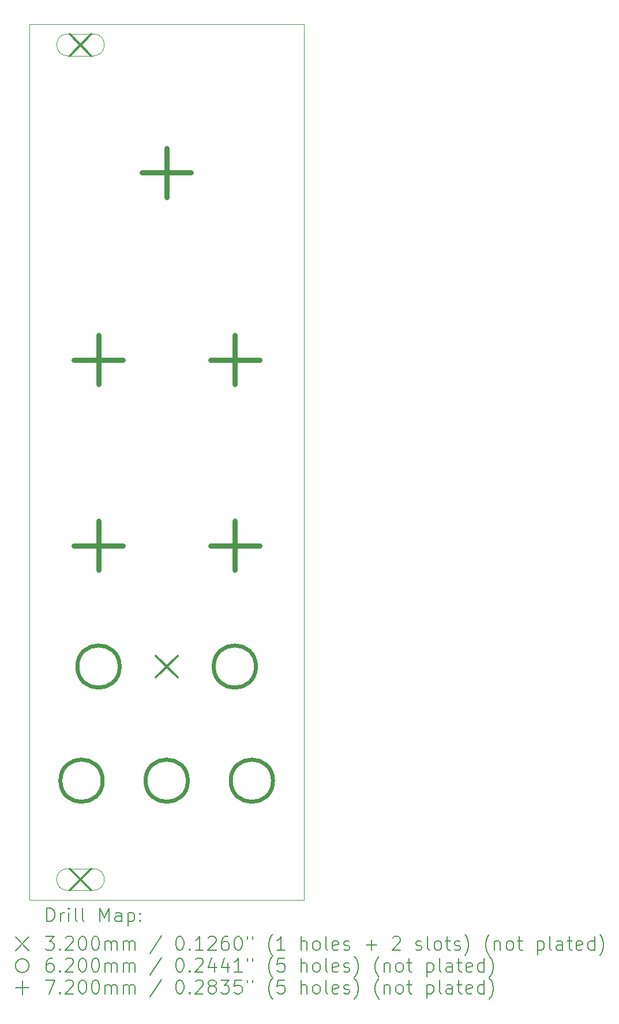
<source format=gbr>
%TF.GenerationSoftware,KiCad,Pcbnew,8.0.5*%
%TF.CreationDate,2024-11-24T11:26:03+01:00*%
%TF.ProjectId,encore-panel,656e636f-7265-42d7-9061-6e656c2e6b69,rev?*%
%TF.SameCoordinates,Original*%
%TF.FileFunction,Drillmap*%
%TF.FilePolarity,Positive*%
%FSLAX45Y45*%
G04 Gerber Fmt 4.5, Leading zero omitted, Abs format (unit mm)*
G04 Created by KiCad (PCBNEW 8.0.5) date 2024-11-24 11:26:03*
%MOMM*%
%LPD*%
G01*
G04 APERTURE LIST*
%ADD10C,0.100000*%
%ADD11C,0.200000*%
%ADD12C,0.320000*%
%ADD13C,0.620000*%
%ADD14C,0.720000*%
G04 APERTURE END LIST*
D10*
X4985000Y-4075000D02*
X9015000Y-4075000D01*
X9015000Y-16925000D01*
X4985000Y-16925000D01*
X4985000Y-4075000D01*
D11*
D12*
X5575000Y-4215000D02*
X5895000Y-4535000D01*
X5895000Y-4215000D02*
X5575000Y-4535000D01*
D10*
X5545000Y-4535000D02*
X5925000Y-4535000D01*
X5925000Y-4215000D02*
G75*
G02*
X5925000Y-4535000I0J-160000D01*
G01*
X5925000Y-4215000D02*
X5545000Y-4215000D01*
X5545000Y-4215000D02*
G75*
G03*
X5545000Y-4535000I0J-160000D01*
G01*
D12*
X5575000Y-16465000D02*
X5895000Y-16785000D01*
X5895000Y-16465000D02*
X5575000Y-16785000D01*
D10*
X5545000Y-16785000D02*
X5925000Y-16785000D01*
X5925000Y-16465000D02*
G75*
G02*
X5925000Y-16785000I0J-160000D01*
G01*
X5925000Y-16465000D02*
X5545000Y-16465000D01*
X5545000Y-16465000D02*
G75*
G03*
X5545000Y-16785000I0J-160000D01*
G01*
D12*
X6840000Y-13340000D02*
X7160000Y-13660000D01*
X7160000Y-13340000D02*
X6840000Y-13660000D01*
D13*
X6060000Y-15175000D02*
G75*
G02*
X5440000Y-15175000I-310000J0D01*
G01*
X5440000Y-15175000D02*
G75*
G02*
X6060000Y-15175000I310000J0D01*
G01*
X6310000Y-13500000D02*
G75*
G02*
X5690000Y-13500000I-310000J0D01*
G01*
X5690000Y-13500000D02*
G75*
G02*
X6310000Y-13500000I310000J0D01*
G01*
X7310000Y-15175000D02*
G75*
G02*
X6690000Y-15175000I-310000J0D01*
G01*
X6690000Y-15175000D02*
G75*
G02*
X7310000Y-15175000I310000J0D01*
G01*
X8310000Y-13500000D02*
G75*
G02*
X7690000Y-13500000I-310000J0D01*
G01*
X7690000Y-13500000D02*
G75*
G02*
X8310000Y-13500000I310000J0D01*
G01*
X8560000Y-15175000D02*
G75*
G02*
X7940000Y-15175000I-310000J0D01*
G01*
X7940000Y-15175000D02*
G75*
G02*
X8560000Y-15175000I310000J0D01*
G01*
D14*
X6000000Y-8640000D02*
X6000000Y-9360000D01*
X5640000Y-9000000D02*
X6360000Y-9000000D01*
X6000000Y-11365000D02*
X6000000Y-12085000D01*
X5640000Y-11725000D02*
X6360000Y-11725000D01*
X7000000Y-5890000D02*
X7000000Y-6610000D01*
X6640000Y-6250000D02*
X7360000Y-6250000D01*
X8000000Y-8640000D02*
X8000000Y-9360000D01*
X7640000Y-9000000D02*
X8360000Y-9000000D01*
X8000000Y-11365000D02*
X8000000Y-12085000D01*
X7640000Y-11725000D02*
X8360000Y-11725000D01*
D11*
X5240777Y-17241484D02*
X5240777Y-17041484D01*
X5240777Y-17041484D02*
X5288396Y-17041484D01*
X5288396Y-17041484D02*
X5316967Y-17051008D01*
X5316967Y-17051008D02*
X5336015Y-17070055D01*
X5336015Y-17070055D02*
X5345539Y-17089103D01*
X5345539Y-17089103D02*
X5355063Y-17127198D01*
X5355063Y-17127198D02*
X5355063Y-17155770D01*
X5355063Y-17155770D02*
X5345539Y-17193865D01*
X5345539Y-17193865D02*
X5336015Y-17212912D01*
X5336015Y-17212912D02*
X5316967Y-17231960D01*
X5316967Y-17231960D02*
X5288396Y-17241484D01*
X5288396Y-17241484D02*
X5240777Y-17241484D01*
X5440777Y-17241484D02*
X5440777Y-17108150D01*
X5440777Y-17146246D02*
X5450301Y-17127198D01*
X5450301Y-17127198D02*
X5459824Y-17117674D01*
X5459824Y-17117674D02*
X5478872Y-17108150D01*
X5478872Y-17108150D02*
X5497920Y-17108150D01*
X5564586Y-17241484D02*
X5564586Y-17108150D01*
X5564586Y-17041484D02*
X5555063Y-17051008D01*
X5555063Y-17051008D02*
X5564586Y-17060531D01*
X5564586Y-17060531D02*
X5574110Y-17051008D01*
X5574110Y-17051008D02*
X5564586Y-17041484D01*
X5564586Y-17041484D02*
X5564586Y-17060531D01*
X5688396Y-17241484D02*
X5669348Y-17231960D01*
X5669348Y-17231960D02*
X5659824Y-17212912D01*
X5659824Y-17212912D02*
X5659824Y-17041484D01*
X5793158Y-17241484D02*
X5774110Y-17231960D01*
X5774110Y-17231960D02*
X5764586Y-17212912D01*
X5764586Y-17212912D02*
X5764586Y-17041484D01*
X6021729Y-17241484D02*
X6021729Y-17041484D01*
X6021729Y-17041484D02*
X6088396Y-17184341D01*
X6088396Y-17184341D02*
X6155062Y-17041484D01*
X6155062Y-17041484D02*
X6155062Y-17241484D01*
X6336015Y-17241484D02*
X6336015Y-17136722D01*
X6336015Y-17136722D02*
X6326491Y-17117674D01*
X6326491Y-17117674D02*
X6307443Y-17108150D01*
X6307443Y-17108150D02*
X6269348Y-17108150D01*
X6269348Y-17108150D02*
X6250301Y-17117674D01*
X6336015Y-17231960D02*
X6316967Y-17241484D01*
X6316967Y-17241484D02*
X6269348Y-17241484D01*
X6269348Y-17241484D02*
X6250301Y-17231960D01*
X6250301Y-17231960D02*
X6240777Y-17212912D01*
X6240777Y-17212912D02*
X6240777Y-17193865D01*
X6240777Y-17193865D02*
X6250301Y-17174817D01*
X6250301Y-17174817D02*
X6269348Y-17165293D01*
X6269348Y-17165293D02*
X6316967Y-17165293D01*
X6316967Y-17165293D02*
X6336015Y-17155770D01*
X6431253Y-17108150D02*
X6431253Y-17308150D01*
X6431253Y-17117674D02*
X6450301Y-17108150D01*
X6450301Y-17108150D02*
X6488396Y-17108150D01*
X6488396Y-17108150D02*
X6507443Y-17117674D01*
X6507443Y-17117674D02*
X6516967Y-17127198D01*
X6516967Y-17127198D02*
X6526491Y-17146246D01*
X6526491Y-17146246D02*
X6526491Y-17203389D01*
X6526491Y-17203389D02*
X6516967Y-17222436D01*
X6516967Y-17222436D02*
X6507443Y-17231960D01*
X6507443Y-17231960D02*
X6488396Y-17241484D01*
X6488396Y-17241484D02*
X6450301Y-17241484D01*
X6450301Y-17241484D02*
X6431253Y-17231960D01*
X6612205Y-17222436D02*
X6621729Y-17231960D01*
X6621729Y-17231960D02*
X6612205Y-17241484D01*
X6612205Y-17241484D02*
X6602682Y-17231960D01*
X6602682Y-17231960D02*
X6612205Y-17222436D01*
X6612205Y-17222436D02*
X6612205Y-17241484D01*
X6612205Y-17117674D02*
X6621729Y-17127198D01*
X6621729Y-17127198D02*
X6612205Y-17136722D01*
X6612205Y-17136722D02*
X6602682Y-17127198D01*
X6602682Y-17127198D02*
X6612205Y-17117674D01*
X6612205Y-17117674D02*
X6612205Y-17136722D01*
X4780000Y-17470000D02*
X4980000Y-17670000D01*
X4980000Y-17470000D02*
X4780000Y-17670000D01*
X5221729Y-17461484D02*
X5345539Y-17461484D01*
X5345539Y-17461484D02*
X5278872Y-17537674D01*
X5278872Y-17537674D02*
X5307444Y-17537674D01*
X5307444Y-17537674D02*
X5326491Y-17547198D01*
X5326491Y-17547198D02*
X5336015Y-17556722D01*
X5336015Y-17556722D02*
X5345539Y-17575770D01*
X5345539Y-17575770D02*
X5345539Y-17623389D01*
X5345539Y-17623389D02*
X5336015Y-17642436D01*
X5336015Y-17642436D02*
X5326491Y-17651960D01*
X5326491Y-17651960D02*
X5307444Y-17661484D01*
X5307444Y-17661484D02*
X5250301Y-17661484D01*
X5250301Y-17661484D02*
X5231253Y-17651960D01*
X5231253Y-17651960D02*
X5221729Y-17642436D01*
X5431253Y-17642436D02*
X5440777Y-17651960D01*
X5440777Y-17651960D02*
X5431253Y-17661484D01*
X5431253Y-17661484D02*
X5421729Y-17651960D01*
X5421729Y-17651960D02*
X5431253Y-17642436D01*
X5431253Y-17642436D02*
X5431253Y-17661484D01*
X5516967Y-17480531D02*
X5526491Y-17471008D01*
X5526491Y-17471008D02*
X5545539Y-17461484D01*
X5545539Y-17461484D02*
X5593158Y-17461484D01*
X5593158Y-17461484D02*
X5612205Y-17471008D01*
X5612205Y-17471008D02*
X5621729Y-17480531D01*
X5621729Y-17480531D02*
X5631253Y-17499579D01*
X5631253Y-17499579D02*
X5631253Y-17518627D01*
X5631253Y-17518627D02*
X5621729Y-17547198D01*
X5621729Y-17547198D02*
X5507444Y-17661484D01*
X5507444Y-17661484D02*
X5631253Y-17661484D01*
X5755062Y-17461484D02*
X5774110Y-17461484D01*
X5774110Y-17461484D02*
X5793158Y-17471008D01*
X5793158Y-17471008D02*
X5802682Y-17480531D01*
X5802682Y-17480531D02*
X5812205Y-17499579D01*
X5812205Y-17499579D02*
X5821729Y-17537674D01*
X5821729Y-17537674D02*
X5821729Y-17585293D01*
X5821729Y-17585293D02*
X5812205Y-17623389D01*
X5812205Y-17623389D02*
X5802682Y-17642436D01*
X5802682Y-17642436D02*
X5793158Y-17651960D01*
X5793158Y-17651960D02*
X5774110Y-17661484D01*
X5774110Y-17661484D02*
X5755062Y-17661484D01*
X5755062Y-17661484D02*
X5736015Y-17651960D01*
X5736015Y-17651960D02*
X5726491Y-17642436D01*
X5726491Y-17642436D02*
X5716967Y-17623389D01*
X5716967Y-17623389D02*
X5707443Y-17585293D01*
X5707443Y-17585293D02*
X5707443Y-17537674D01*
X5707443Y-17537674D02*
X5716967Y-17499579D01*
X5716967Y-17499579D02*
X5726491Y-17480531D01*
X5726491Y-17480531D02*
X5736015Y-17471008D01*
X5736015Y-17471008D02*
X5755062Y-17461484D01*
X5945539Y-17461484D02*
X5964586Y-17461484D01*
X5964586Y-17461484D02*
X5983634Y-17471008D01*
X5983634Y-17471008D02*
X5993158Y-17480531D01*
X5993158Y-17480531D02*
X6002682Y-17499579D01*
X6002682Y-17499579D02*
X6012205Y-17537674D01*
X6012205Y-17537674D02*
X6012205Y-17585293D01*
X6012205Y-17585293D02*
X6002682Y-17623389D01*
X6002682Y-17623389D02*
X5993158Y-17642436D01*
X5993158Y-17642436D02*
X5983634Y-17651960D01*
X5983634Y-17651960D02*
X5964586Y-17661484D01*
X5964586Y-17661484D02*
X5945539Y-17661484D01*
X5945539Y-17661484D02*
X5926491Y-17651960D01*
X5926491Y-17651960D02*
X5916967Y-17642436D01*
X5916967Y-17642436D02*
X5907443Y-17623389D01*
X5907443Y-17623389D02*
X5897920Y-17585293D01*
X5897920Y-17585293D02*
X5897920Y-17537674D01*
X5897920Y-17537674D02*
X5907443Y-17499579D01*
X5907443Y-17499579D02*
X5916967Y-17480531D01*
X5916967Y-17480531D02*
X5926491Y-17471008D01*
X5926491Y-17471008D02*
X5945539Y-17461484D01*
X6097920Y-17661484D02*
X6097920Y-17528150D01*
X6097920Y-17547198D02*
X6107443Y-17537674D01*
X6107443Y-17537674D02*
X6126491Y-17528150D01*
X6126491Y-17528150D02*
X6155063Y-17528150D01*
X6155063Y-17528150D02*
X6174110Y-17537674D01*
X6174110Y-17537674D02*
X6183634Y-17556722D01*
X6183634Y-17556722D02*
X6183634Y-17661484D01*
X6183634Y-17556722D02*
X6193158Y-17537674D01*
X6193158Y-17537674D02*
X6212205Y-17528150D01*
X6212205Y-17528150D02*
X6240777Y-17528150D01*
X6240777Y-17528150D02*
X6259824Y-17537674D01*
X6259824Y-17537674D02*
X6269348Y-17556722D01*
X6269348Y-17556722D02*
X6269348Y-17661484D01*
X6364586Y-17661484D02*
X6364586Y-17528150D01*
X6364586Y-17547198D02*
X6374110Y-17537674D01*
X6374110Y-17537674D02*
X6393158Y-17528150D01*
X6393158Y-17528150D02*
X6421729Y-17528150D01*
X6421729Y-17528150D02*
X6440777Y-17537674D01*
X6440777Y-17537674D02*
X6450301Y-17556722D01*
X6450301Y-17556722D02*
X6450301Y-17661484D01*
X6450301Y-17556722D02*
X6459824Y-17537674D01*
X6459824Y-17537674D02*
X6478872Y-17528150D01*
X6478872Y-17528150D02*
X6507443Y-17528150D01*
X6507443Y-17528150D02*
X6526491Y-17537674D01*
X6526491Y-17537674D02*
X6536015Y-17556722D01*
X6536015Y-17556722D02*
X6536015Y-17661484D01*
X6926491Y-17451960D02*
X6755063Y-17709103D01*
X7183634Y-17461484D02*
X7202682Y-17461484D01*
X7202682Y-17461484D02*
X7221729Y-17471008D01*
X7221729Y-17471008D02*
X7231253Y-17480531D01*
X7231253Y-17480531D02*
X7240777Y-17499579D01*
X7240777Y-17499579D02*
X7250301Y-17537674D01*
X7250301Y-17537674D02*
X7250301Y-17585293D01*
X7250301Y-17585293D02*
X7240777Y-17623389D01*
X7240777Y-17623389D02*
X7231253Y-17642436D01*
X7231253Y-17642436D02*
X7221729Y-17651960D01*
X7221729Y-17651960D02*
X7202682Y-17661484D01*
X7202682Y-17661484D02*
X7183634Y-17661484D01*
X7183634Y-17661484D02*
X7164586Y-17651960D01*
X7164586Y-17651960D02*
X7155063Y-17642436D01*
X7155063Y-17642436D02*
X7145539Y-17623389D01*
X7145539Y-17623389D02*
X7136015Y-17585293D01*
X7136015Y-17585293D02*
X7136015Y-17537674D01*
X7136015Y-17537674D02*
X7145539Y-17499579D01*
X7145539Y-17499579D02*
X7155063Y-17480531D01*
X7155063Y-17480531D02*
X7164586Y-17471008D01*
X7164586Y-17471008D02*
X7183634Y-17461484D01*
X7336015Y-17642436D02*
X7345539Y-17651960D01*
X7345539Y-17651960D02*
X7336015Y-17661484D01*
X7336015Y-17661484D02*
X7326491Y-17651960D01*
X7326491Y-17651960D02*
X7336015Y-17642436D01*
X7336015Y-17642436D02*
X7336015Y-17661484D01*
X7536015Y-17661484D02*
X7421729Y-17661484D01*
X7478872Y-17661484D02*
X7478872Y-17461484D01*
X7478872Y-17461484D02*
X7459825Y-17490055D01*
X7459825Y-17490055D02*
X7440777Y-17509103D01*
X7440777Y-17509103D02*
X7421729Y-17518627D01*
X7612206Y-17480531D02*
X7621729Y-17471008D01*
X7621729Y-17471008D02*
X7640777Y-17461484D01*
X7640777Y-17461484D02*
X7688396Y-17461484D01*
X7688396Y-17461484D02*
X7707444Y-17471008D01*
X7707444Y-17471008D02*
X7716967Y-17480531D01*
X7716967Y-17480531D02*
X7726491Y-17499579D01*
X7726491Y-17499579D02*
X7726491Y-17518627D01*
X7726491Y-17518627D02*
X7716967Y-17547198D01*
X7716967Y-17547198D02*
X7602682Y-17661484D01*
X7602682Y-17661484D02*
X7726491Y-17661484D01*
X7897920Y-17461484D02*
X7859825Y-17461484D01*
X7859825Y-17461484D02*
X7840777Y-17471008D01*
X7840777Y-17471008D02*
X7831253Y-17480531D01*
X7831253Y-17480531D02*
X7812206Y-17509103D01*
X7812206Y-17509103D02*
X7802682Y-17547198D01*
X7802682Y-17547198D02*
X7802682Y-17623389D01*
X7802682Y-17623389D02*
X7812206Y-17642436D01*
X7812206Y-17642436D02*
X7821729Y-17651960D01*
X7821729Y-17651960D02*
X7840777Y-17661484D01*
X7840777Y-17661484D02*
X7878872Y-17661484D01*
X7878872Y-17661484D02*
X7897920Y-17651960D01*
X7897920Y-17651960D02*
X7907444Y-17642436D01*
X7907444Y-17642436D02*
X7916967Y-17623389D01*
X7916967Y-17623389D02*
X7916967Y-17575770D01*
X7916967Y-17575770D02*
X7907444Y-17556722D01*
X7907444Y-17556722D02*
X7897920Y-17547198D01*
X7897920Y-17547198D02*
X7878872Y-17537674D01*
X7878872Y-17537674D02*
X7840777Y-17537674D01*
X7840777Y-17537674D02*
X7821729Y-17547198D01*
X7821729Y-17547198D02*
X7812206Y-17556722D01*
X7812206Y-17556722D02*
X7802682Y-17575770D01*
X8040777Y-17461484D02*
X8059825Y-17461484D01*
X8059825Y-17461484D02*
X8078872Y-17471008D01*
X8078872Y-17471008D02*
X8088396Y-17480531D01*
X8088396Y-17480531D02*
X8097920Y-17499579D01*
X8097920Y-17499579D02*
X8107444Y-17537674D01*
X8107444Y-17537674D02*
X8107444Y-17585293D01*
X8107444Y-17585293D02*
X8097920Y-17623389D01*
X8097920Y-17623389D02*
X8088396Y-17642436D01*
X8088396Y-17642436D02*
X8078872Y-17651960D01*
X8078872Y-17651960D02*
X8059825Y-17661484D01*
X8059825Y-17661484D02*
X8040777Y-17661484D01*
X8040777Y-17661484D02*
X8021729Y-17651960D01*
X8021729Y-17651960D02*
X8012206Y-17642436D01*
X8012206Y-17642436D02*
X8002682Y-17623389D01*
X8002682Y-17623389D02*
X7993158Y-17585293D01*
X7993158Y-17585293D02*
X7993158Y-17537674D01*
X7993158Y-17537674D02*
X8002682Y-17499579D01*
X8002682Y-17499579D02*
X8012206Y-17480531D01*
X8012206Y-17480531D02*
X8021729Y-17471008D01*
X8021729Y-17471008D02*
X8040777Y-17461484D01*
X8183634Y-17461484D02*
X8183634Y-17499579D01*
X8259825Y-17461484D02*
X8259825Y-17499579D01*
X8555063Y-17737674D02*
X8545539Y-17728150D01*
X8545539Y-17728150D02*
X8526491Y-17699579D01*
X8526491Y-17699579D02*
X8516968Y-17680531D01*
X8516968Y-17680531D02*
X8507444Y-17651960D01*
X8507444Y-17651960D02*
X8497920Y-17604341D01*
X8497920Y-17604341D02*
X8497920Y-17566246D01*
X8497920Y-17566246D02*
X8507444Y-17518627D01*
X8507444Y-17518627D02*
X8516968Y-17490055D01*
X8516968Y-17490055D02*
X8526491Y-17471008D01*
X8526491Y-17471008D02*
X8545539Y-17442436D01*
X8545539Y-17442436D02*
X8555063Y-17432912D01*
X8736015Y-17661484D02*
X8621730Y-17661484D01*
X8678872Y-17661484D02*
X8678872Y-17461484D01*
X8678872Y-17461484D02*
X8659825Y-17490055D01*
X8659825Y-17490055D02*
X8640777Y-17509103D01*
X8640777Y-17509103D02*
X8621730Y-17518627D01*
X8974111Y-17661484D02*
X8974111Y-17461484D01*
X9059825Y-17661484D02*
X9059825Y-17556722D01*
X9059825Y-17556722D02*
X9050301Y-17537674D01*
X9050301Y-17537674D02*
X9031253Y-17528150D01*
X9031253Y-17528150D02*
X9002682Y-17528150D01*
X9002682Y-17528150D02*
X8983634Y-17537674D01*
X8983634Y-17537674D02*
X8974111Y-17547198D01*
X9183634Y-17661484D02*
X9164587Y-17651960D01*
X9164587Y-17651960D02*
X9155063Y-17642436D01*
X9155063Y-17642436D02*
X9145539Y-17623389D01*
X9145539Y-17623389D02*
X9145539Y-17566246D01*
X9145539Y-17566246D02*
X9155063Y-17547198D01*
X9155063Y-17547198D02*
X9164587Y-17537674D01*
X9164587Y-17537674D02*
X9183634Y-17528150D01*
X9183634Y-17528150D02*
X9212206Y-17528150D01*
X9212206Y-17528150D02*
X9231253Y-17537674D01*
X9231253Y-17537674D02*
X9240777Y-17547198D01*
X9240777Y-17547198D02*
X9250301Y-17566246D01*
X9250301Y-17566246D02*
X9250301Y-17623389D01*
X9250301Y-17623389D02*
X9240777Y-17642436D01*
X9240777Y-17642436D02*
X9231253Y-17651960D01*
X9231253Y-17651960D02*
X9212206Y-17661484D01*
X9212206Y-17661484D02*
X9183634Y-17661484D01*
X9364587Y-17661484D02*
X9345539Y-17651960D01*
X9345539Y-17651960D02*
X9336015Y-17632912D01*
X9336015Y-17632912D02*
X9336015Y-17461484D01*
X9516968Y-17651960D02*
X9497920Y-17661484D01*
X9497920Y-17661484D02*
X9459825Y-17661484D01*
X9459825Y-17661484D02*
X9440777Y-17651960D01*
X9440777Y-17651960D02*
X9431253Y-17632912D01*
X9431253Y-17632912D02*
X9431253Y-17556722D01*
X9431253Y-17556722D02*
X9440777Y-17537674D01*
X9440777Y-17537674D02*
X9459825Y-17528150D01*
X9459825Y-17528150D02*
X9497920Y-17528150D01*
X9497920Y-17528150D02*
X9516968Y-17537674D01*
X9516968Y-17537674D02*
X9526492Y-17556722D01*
X9526492Y-17556722D02*
X9526492Y-17575770D01*
X9526492Y-17575770D02*
X9431253Y-17594817D01*
X9602682Y-17651960D02*
X9621730Y-17661484D01*
X9621730Y-17661484D02*
X9659825Y-17661484D01*
X9659825Y-17661484D02*
X9678873Y-17651960D01*
X9678873Y-17651960D02*
X9688396Y-17632912D01*
X9688396Y-17632912D02*
X9688396Y-17623389D01*
X9688396Y-17623389D02*
X9678873Y-17604341D01*
X9678873Y-17604341D02*
X9659825Y-17594817D01*
X9659825Y-17594817D02*
X9631253Y-17594817D01*
X9631253Y-17594817D02*
X9612206Y-17585293D01*
X9612206Y-17585293D02*
X9602682Y-17566246D01*
X9602682Y-17566246D02*
X9602682Y-17556722D01*
X9602682Y-17556722D02*
X9612206Y-17537674D01*
X9612206Y-17537674D02*
X9631253Y-17528150D01*
X9631253Y-17528150D02*
X9659825Y-17528150D01*
X9659825Y-17528150D02*
X9678873Y-17537674D01*
X9926492Y-17585293D02*
X10078873Y-17585293D01*
X10002682Y-17661484D02*
X10002682Y-17509103D01*
X10316968Y-17480531D02*
X10326492Y-17471008D01*
X10326492Y-17471008D02*
X10345539Y-17461484D01*
X10345539Y-17461484D02*
X10393158Y-17461484D01*
X10393158Y-17461484D02*
X10412206Y-17471008D01*
X10412206Y-17471008D02*
X10421730Y-17480531D01*
X10421730Y-17480531D02*
X10431254Y-17499579D01*
X10431254Y-17499579D02*
X10431254Y-17518627D01*
X10431254Y-17518627D02*
X10421730Y-17547198D01*
X10421730Y-17547198D02*
X10307444Y-17661484D01*
X10307444Y-17661484D02*
X10431254Y-17661484D01*
X10659825Y-17651960D02*
X10678873Y-17661484D01*
X10678873Y-17661484D02*
X10716968Y-17661484D01*
X10716968Y-17661484D02*
X10736016Y-17651960D01*
X10736016Y-17651960D02*
X10745539Y-17632912D01*
X10745539Y-17632912D02*
X10745539Y-17623389D01*
X10745539Y-17623389D02*
X10736016Y-17604341D01*
X10736016Y-17604341D02*
X10716968Y-17594817D01*
X10716968Y-17594817D02*
X10688396Y-17594817D01*
X10688396Y-17594817D02*
X10669349Y-17585293D01*
X10669349Y-17585293D02*
X10659825Y-17566246D01*
X10659825Y-17566246D02*
X10659825Y-17556722D01*
X10659825Y-17556722D02*
X10669349Y-17537674D01*
X10669349Y-17537674D02*
X10688396Y-17528150D01*
X10688396Y-17528150D02*
X10716968Y-17528150D01*
X10716968Y-17528150D02*
X10736016Y-17537674D01*
X10859825Y-17661484D02*
X10840777Y-17651960D01*
X10840777Y-17651960D02*
X10831254Y-17632912D01*
X10831254Y-17632912D02*
X10831254Y-17461484D01*
X10964587Y-17661484D02*
X10945539Y-17651960D01*
X10945539Y-17651960D02*
X10936016Y-17642436D01*
X10936016Y-17642436D02*
X10926492Y-17623389D01*
X10926492Y-17623389D02*
X10926492Y-17566246D01*
X10926492Y-17566246D02*
X10936016Y-17547198D01*
X10936016Y-17547198D02*
X10945539Y-17537674D01*
X10945539Y-17537674D02*
X10964587Y-17528150D01*
X10964587Y-17528150D02*
X10993158Y-17528150D01*
X10993158Y-17528150D02*
X11012206Y-17537674D01*
X11012206Y-17537674D02*
X11021730Y-17547198D01*
X11021730Y-17547198D02*
X11031254Y-17566246D01*
X11031254Y-17566246D02*
X11031254Y-17623389D01*
X11031254Y-17623389D02*
X11021730Y-17642436D01*
X11021730Y-17642436D02*
X11012206Y-17651960D01*
X11012206Y-17651960D02*
X10993158Y-17661484D01*
X10993158Y-17661484D02*
X10964587Y-17661484D01*
X11088397Y-17528150D02*
X11164587Y-17528150D01*
X11116968Y-17461484D02*
X11116968Y-17632912D01*
X11116968Y-17632912D02*
X11126492Y-17651960D01*
X11126492Y-17651960D02*
X11145539Y-17661484D01*
X11145539Y-17661484D02*
X11164587Y-17661484D01*
X11221730Y-17651960D02*
X11240777Y-17661484D01*
X11240777Y-17661484D02*
X11278873Y-17661484D01*
X11278873Y-17661484D02*
X11297920Y-17651960D01*
X11297920Y-17651960D02*
X11307444Y-17632912D01*
X11307444Y-17632912D02*
X11307444Y-17623389D01*
X11307444Y-17623389D02*
X11297920Y-17604341D01*
X11297920Y-17604341D02*
X11278873Y-17594817D01*
X11278873Y-17594817D02*
X11250301Y-17594817D01*
X11250301Y-17594817D02*
X11231254Y-17585293D01*
X11231254Y-17585293D02*
X11221730Y-17566246D01*
X11221730Y-17566246D02*
X11221730Y-17556722D01*
X11221730Y-17556722D02*
X11231254Y-17537674D01*
X11231254Y-17537674D02*
X11250301Y-17528150D01*
X11250301Y-17528150D02*
X11278873Y-17528150D01*
X11278873Y-17528150D02*
X11297920Y-17537674D01*
X11374111Y-17737674D02*
X11383635Y-17728150D01*
X11383635Y-17728150D02*
X11402682Y-17699579D01*
X11402682Y-17699579D02*
X11412206Y-17680531D01*
X11412206Y-17680531D02*
X11421730Y-17651960D01*
X11421730Y-17651960D02*
X11431254Y-17604341D01*
X11431254Y-17604341D02*
X11431254Y-17566246D01*
X11431254Y-17566246D02*
X11421730Y-17518627D01*
X11421730Y-17518627D02*
X11412206Y-17490055D01*
X11412206Y-17490055D02*
X11402682Y-17471008D01*
X11402682Y-17471008D02*
X11383635Y-17442436D01*
X11383635Y-17442436D02*
X11374111Y-17432912D01*
X11736016Y-17737674D02*
X11726492Y-17728150D01*
X11726492Y-17728150D02*
X11707444Y-17699579D01*
X11707444Y-17699579D02*
X11697920Y-17680531D01*
X11697920Y-17680531D02*
X11688396Y-17651960D01*
X11688396Y-17651960D02*
X11678873Y-17604341D01*
X11678873Y-17604341D02*
X11678873Y-17566246D01*
X11678873Y-17566246D02*
X11688396Y-17518627D01*
X11688396Y-17518627D02*
X11697920Y-17490055D01*
X11697920Y-17490055D02*
X11707444Y-17471008D01*
X11707444Y-17471008D02*
X11726492Y-17442436D01*
X11726492Y-17442436D02*
X11736016Y-17432912D01*
X11812206Y-17528150D02*
X11812206Y-17661484D01*
X11812206Y-17547198D02*
X11821730Y-17537674D01*
X11821730Y-17537674D02*
X11840777Y-17528150D01*
X11840777Y-17528150D02*
X11869349Y-17528150D01*
X11869349Y-17528150D02*
X11888396Y-17537674D01*
X11888396Y-17537674D02*
X11897920Y-17556722D01*
X11897920Y-17556722D02*
X11897920Y-17661484D01*
X12021730Y-17661484D02*
X12002682Y-17651960D01*
X12002682Y-17651960D02*
X11993158Y-17642436D01*
X11993158Y-17642436D02*
X11983635Y-17623389D01*
X11983635Y-17623389D02*
X11983635Y-17566246D01*
X11983635Y-17566246D02*
X11993158Y-17547198D01*
X11993158Y-17547198D02*
X12002682Y-17537674D01*
X12002682Y-17537674D02*
X12021730Y-17528150D01*
X12021730Y-17528150D02*
X12050301Y-17528150D01*
X12050301Y-17528150D02*
X12069349Y-17537674D01*
X12069349Y-17537674D02*
X12078873Y-17547198D01*
X12078873Y-17547198D02*
X12088396Y-17566246D01*
X12088396Y-17566246D02*
X12088396Y-17623389D01*
X12088396Y-17623389D02*
X12078873Y-17642436D01*
X12078873Y-17642436D02*
X12069349Y-17651960D01*
X12069349Y-17651960D02*
X12050301Y-17661484D01*
X12050301Y-17661484D02*
X12021730Y-17661484D01*
X12145539Y-17528150D02*
X12221730Y-17528150D01*
X12174111Y-17461484D02*
X12174111Y-17632912D01*
X12174111Y-17632912D02*
X12183635Y-17651960D01*
X12183635Y-17651960D02*
X12202682Y-17661484D01*
X12202682Y-17661484D02*
X12221730Y-17661484D01*
X12440777Y-17528150D02*
X12440777Y-17728150D01*
X12440777Y-17537674D02*
X12459825Y-17528150D01*
X12459825Y-17528150D02*
X12497920Y-17528150D01*
X12497920Y-17528150D02*
X12516968Y-17537674D01*
X12516968Y-17537674D02*
X12526492Y-17547198D01*
X12526492Y-17547198D02*
X12536016Y-17566246D01*
X12536016Y-17566246D02*
X12536016Y-17623389D01*
X12536016Y-17623389D02*
X12526492Y-17642436D01*
X12526492Y-17642436D02*
X12516968Y-17651960D01*
X12516968Y-17651960D02*
X12497920Y-17661484D01*
X12497920Y-17661484D02*
X12459825Y-17661484D01*
X12459825Y-17661484D02*
X12440777Y-17651960D01*
X12650301Y-17661484D02*
X12631254Y-17651960D01*
X12631254Y-17651960D02*
X12621730Y-17632912D01*
X12621730Y-17632912D02*
X12621730Y-17461484D01*
X12812206Y-17661484D02*
X12812206Y-17556722D01*
X12812206Y-17556722D02*
X12802682Y-17537674D01*
X12802682Y-17537674D02*
X12783635Y-17528150D01*
X12783635Y-17528150D02*
X12745539Y-17528150D01*
X12745539Y-17528150D02*
X12726492Y-17537674D01*
X12812206Y-17651960D02*
X12793158Y-17661484D01*
X12793158Y-17661484D02*
X12745539Y-17661484D01*
X12745539Y-17661484D02*
X12726492Y-17651960D01*
X12726492Y-17651960D02*
X12716968Y-17632912D01*
X12716968Y-17632912D02*
X12716968Y-17613865D01*
X12716968Y-17613865D02*
X12726492Y-17594817D01*
X12726492Y-17594817D02*
X12745539Y-17585293D01*
X12745539Y-17585293D02*
X12793158Y-17585293D01*
X12793158Y-17585293D02*
X12812206Y-17575770D01*
X12878873Y-17528150D02*
X12955063Y-17528150D01*
X12907444Y-17461484D02*
X12907444Y-17632912D01*
X12907444Y-17632912D02*
X12916968Y-17651960D01*
X12916968Y-17651960D02*
X12936016Y-17661484D01*
X12936016Y-17661484D02*
X12955063Y-17661484D01*
X13097920Y-17651960D02*
X13078873Y-17661484D01*
X13078873Y-17661484D02*
X13040777Y-17661484D01*
X13040777Y-17661484D02*
X13021730Y-17651960D01*
X13021730Y-17651960D02*
X13012206Y-17632912D01*
X13012206Y-17632912D02*
X13012206Y-17556722D01*
X13012206Y-17556722D02*
X13021730Y-17537674D01*
X13021730Y-17537674D02*
X13040777Y-17528150D01*
X13040777Y-17528150D02*
X13078873Y-17528150D01*
X13078873Y-17528150D02*
X13097920Y-17537674D01*
X13097920Y-17537674D02*
X13107444Y-17556722D01*
X13107444Y-17556722D02*
X13107444Y-17575770D01*
X13107444Y-17575770D02*
X13012206Y-17594817D01*
X13278873Y-17661484D02*
X13278873Y-17461484D01*
X13278873Y-17651960D02*
X13259825Y-17661484D01*
X13259825Y-17661484D02*
X13221730Y-17661484D01*
X13221730Y-17661484D02*
X13202682Y-17651960D01*
X13202682Y-17651960D02*
X13193158Y-17642436D01*
X13193158Y-17642436D02*
X13183635Y-17623389D01*
X13183635Y-17623389D02*
X13183635Y-17566246D01*
X13183635Y-17566246D02*
X13193158Y-17547198D01*
X13193158Y-17547198D02*
X13202682Y-17537674D01*
X13202682Y-17537674D02*
X13221730Y-17528150D01*
X13221730Y-17528150D02*
X13259825Y-17528150D01*
X13259825Y-17528150D02*
X13278873Y-17537674D01*
X13355063Y-17737674D02*
X13364587Y-17728150D01*
X13364587Y-17728150D02*
X13383635Y-17699579D01*
X13383635Y-17699579D02*
X13393158Y-17680531D01*
X13393158Y-17680531D02*
X13402682Y-17651960D01*
X13402682Y-17651960D02*
X13412206Y-17604341D01*
X13412206Y-17604341D02*
X13412206Y-17566246D01*
X13412206Y-17566246D02*
X13402682Y-17518627D01*
X13402682Y-17518627D02*
X13393158Y-17490055D01*
X13393158Y-17490055D02*
X13383635Y-17471008D01*
X13383635Y-17471008D02*
X13364587Y-17442436D01*
X13364587Y-17442436D02*
X13355063Y-17432912D01*
X4980000Y-17890000D02*
G75*
G02*
X4780000Y-17890000I-100000J0D01*
G01*
X4780000Y-17890000D02*
G75*
G02*
X4980000Y-17890000I100000J0D01*
G01*
X5326491Y-17781484D02*
X5288396Y-17781484D01*
X5288396Y-17781484D02*
X5269348Y-17791008D01*
X5269348Y-17791008D02*
X5259824Y-17800531D01*
X5259824Y-17800531D02*
X5240777Y-17829103D01*
X5240777Y-17829103D02*
X5231253Y-17867198D01*
X5231253Y-17867198D02*
X5231253Y-17943389D01*
X5231253Y-17943389D02*
X5240777Y-17962436D01*
X5240777Y-17962436D02*
X5250301Y-17971960D01*
X5250301Y-17971960D02*
X5269348Y-17981484D01*
X5269348Y-17981484D02*
X5307444Y-17981484D01*
X5307444Y-17981484D02*
X5326491Y-17971960D01*
X5326491Y-17971960D02*
X5336015Y-17962436D01*
X5336015Y-17962436D02*
X5345539Y-17943389D01*
X5345539Y-17943389D02*
X5345539Y-17895770D01*
X5345539Y-17895770D02*
X5336015Y-17876722D01*
X5336015Y-17876722D02*
X5326491Y-17867198D01*
X5326491Y-17867198D02*
X5307444Y-17857674D01*
X5307444Y-17857674D02*
X5269348Y-17857674D01*
X5269348Y-17857674D02*
X5250301Y-17867198D01*
X5250301Y-17867198D02*
X5240777Y-17876722D01*
X5240777Y-17876722D02*
X5231253Y-17895770D01*
X5431253Y-17962436D02*
X5440777Y-17971960D01*
X5440777Y-17971960D02*
X5431253Y-17981484D01*
X5431253Y-17981484D02*
X5421729Y-17971960D01*
X5421729Y-17971960D02*
X5431253Y-17962436D01*
X5431253Y-17962436D02*
X5431253Y-17981484D01*
X5516967Y-17800531D02*
X5526491Y-17791008D01*
X5526491Y-17791008D02*
X5545539Y-17781484D01*
X5545539Y-17781484D02*
X5593158Y-17781484D01*
X5593158Y-17781484D02*
X5612205Y-17791008D01*
X5612205Y-17791008D02*
X5621729Y-17800531D01*
X5621729Y-17800531D02*
X5631253Y-17819579D01*
X5631253Y-17819579D02*
X5631253Y-17838627D01*
X5631253Y-17838627D02*
X5621729Y-17867198D01*
X5621729Y-17867198D02*
X5507444Y-17981484D01*
X5507444Y-17981484D02*
X5631253Y-17981484D01*
X5755062Y-17781484D02*
X5774110Y-17781484D01*
X5774110Y-17781484D02*
X5793158Y-17791008D01*
X5793158Y-17791008D02*
X5802682Y-17800531D01*
X5802682Y-17800531D02*
X5812205Y-17819579D01*
X5812205Y-17819579D02*
X5821729Y-17857674D01*
X5821729Y-17857674D02*
X5821729Y-17905293D01*
X5821729Y-17905293D02*
X5812205Y-17943389D01*
X5812205Y-17943389D02*
X5802682Y-17962436D01*
X5802682Y-17962436D02*
X5793158Y-17971960D01*
X5793158Y-17971960D02*
X5774110Y-17981484D01*
X5774110Y-17981484D02*
X5755062Y-17981484D01*
X5755062Y-17981484D02*
X5736015Y-17971960D01*
X5736015Y-17971960D02*
X5726491Y-17962436D01*
X5726491Y-17962436D02*
X5716967Y-17943389D01*
X5716967Y-17943389D02*
X5707443Y-17905293D01*
X5707443Y-17905293D02*
X5707443Y-17857674D01*
X5707443Y-17857674D02*
X5716967Y-17819579D01*
X5716967Y-17819579D02*
X5726491Y-17800531D01*
X5726491Y-17800531D02*
X5736015Y-17791008D01*
X5736015Y-17791008D02*
X5755062Y-17781484D01*
X5945539Y-17781484D02*
X5964586Y-17781484D01*
X5964586Y-17781484D02*
X5983634Y-17791008D01*
X5983634Y-17791008D02*
X5993158Y-17800531D01*
X5993158Y-17800531D02*
X6002682Y-17819579D01*
X6002682Y-17819579D02*
X6012205Y-17857674D01*
X6012205Y-17857674D02*
X6012205Y-17905293D01*
X6012205Y-17905293D02*
X6002682Y-17943389D01*
X6002682Y-17943389D02*
X5993158Y-17962436D01*
X5993158Y-17962436D02*
X5983634Y-17971960D01*
X5983634Y-17971960D02*
X5964586Y-17981484D01*
X5964586Y-17981484D02*
X5945539Y-17981484D01*
X5945539Y-17981484D02*
X5926491Y-17971960D01*
X5926491Y-17971960D02*
X5916967Y-17962436D01*
X5916967Y-17962436D02*
X5907443Y-17943389D01*
X5907443Y-17943389D02*
X5897920Y-17905293D01*
X5897920Y-17905293D02*
X5897920Y-17857674D01*
X5897920Y-17857674D02*
X5907443Y-17819579D01*
X5907443Y-17819579D02*
X5916967Y-17800531D01*
X5916967Y-17800531D02*
X5926491Y-17791008D01*
X5926491Y-17791008D02*
X5945539Y-17781484D01*
X6097920Y-17981484D02*
X6097920Y-17848150D01*
X6097920Y-17867198D02*
X6107443Y-17857674D01*
X6107443Y-17857674D02*
X6126491Y-17848150D01*
X6126491Y-17848150D02*
X6155063Y-17848150D01*
X6155063Y-17848150D02*
X6174110Y-17857674D01*
X6174110Y-17857674D02*
X6183634Y-17876722D01*
X6183634Y-17876722D02*
X6183634Y-17981484D01*
X6183634Y-17876722D02*
X6193158Y-17857674D01*
X6193158Y-17857674D02*
X6212205Y-17848150D01*
X6212205Y-17848150D02*
X6240777Y-17848150D01*
X6240777Y-17848150D02*
X6259824Y-17857674D01*
X6259824Y-17857674D02*
X6269348Y-17876722D01*
X6269348Y-17876722D02*
X6269348Y-17981484D01*
X6364586Y-17981484D02*
X6364586Y-17848150D01*
X6364586Y-17867198D02*
X6374110Y-17857674D01*
X6374110Y-17857674D02*
X6393158Y-17848150D01*
X6393158Y-17848150D02*
X6421729Y-17848150D01*
X6421729Y-17848150D02*
X6440777Y-17857674D01*
X6440777Y-17857674D02*
X6450301Y-17876722D01*
X6450301Y-17876722D02*
X6450301Y-17981484D01*
X6450301Y-17876722D02*
X6459824Y-17857674D01*
X6459824Y-17857674D02*
X6478872Y-17848150D01*
X6478872Y-17848150D02*
X6507443Y-17848150D01*
X6507443Y-17848150D02*
X6526491Y-17857674D01*
X6526491Y-17857674D02*
X6536015Y-17876722D01*
X6536015Y-17876722D02*
X6536015Y-17981484D01*
X6926491Y-17771960D02*
X6755063Y-18029103D01*
X7183634Y-17781484D02*
X7202682Y-17781484D01*
X7202682Y-17781484D02*
X7221729Y-17791008D01*
X7221729Y-17791008D02*
X7231253Y-17800531D01*
X7231253Y-17800531D02*
X7240777Y-17819579D01*
X7240777Y-17819579D02*
X7250301Y-17857674D01*
X7250301Y-17857674D02*
X7250301Y-17905293D01*
X7250301Y-17905293D02*
X7240777Y-17943389D01*
X7240777Y-17943389D02*
X7231253Y-17962436D01*
X7231253Y-17962436D02*
X7221729Y-17971960D01*
X7221729Y-17971960D02*
X7202682Y-17981484D01*
X7202682Y-17981484D02*
X7183634Y-17981484D01*
X7183634Y-17981484D02*
X7164586Y-17971960D01*
X7164586Y-17971960D02*
X7155063Y-17962436D01*
X7155063Y-17962436D02*
X7145539Y-17943389D01*
X7145539Y-17943389D02*
X7136015Y-17905293D01*
X7136015Y-17905293D02*
X7136015Y-17857674D01*
X7136015Y-17857674D02*
X7145539Y-17819579D01*
X7145539Y-17819579D02*
X7155063Y-17800531D01*
X7155063Y-17800531D02*
X7164586Y-17791008D01*
X7164586Y-17791008D02*
X7183634Y-17781484D01*
X7336015Y-17962436D02*
X7345539Y-17971960D01*
X7345539Y-17971960D02*
X7336015Y-17981484D01*
X7336015Y-17981484D02*
X7326491Y-17971960D01*
X7326491Y-17971960D02*
X7336015Y-17962436D01*
X7336015Y-17962436D02*
X7336015Y-17981484D01*
X7421729Y-17800531D02*
X7431253Y-17791008D01*
X7431253Y-17791008D02*
X7450301Y-17781484D01*
X7450301Y-17781484D02*
X7497920Y-17781484D01*
X7497920Y-17781484D02*
X7516967Y-17791008D01*
X7516967Y-17791008D02*
X7526491Y-17800531D01*
X7526491Y-17800531D02*
X7536015Y-17819579D01*
X7536015Y-17819579D02*
X7536015Y-17838627D01*
X7536015Y-17838627D02*
X7526491Y-17867198D01*
X7526491Y-17867198D02*
X7412206Y-17981484D01*
X7412206Y-17981484D02*
X7536015Y-17981484D01*
X7707444Y-17848150D02*
X7707444Y-17981484D01*
X7659825Y-17771960D02*
X7612206Y-17914817D01*
X7612206Y-17914817D02*
X7736015Y-17914817D01*
X7897920Y-17848150D02*
X7897920Y-17981484D01*
X7850301Y-17771960D02*
X7802682Y-17914817D01*
X7802682Y-17914817D02*
X7926491Y-17914817D01*
X8107444Y-17981484D02*
X7993158Y-17981484D01*
X8050301Y-17981484D02*
X8050301Y-17781484D01*
X8050301Y-17781484D02*
X8031253Y-17810055D01*
X8031253Y-17810055D02*
X8012206Y-17829103D01*
X8012206Y-17829103D02*
X7993158Y-17838627D01*
X8183634Y-17781484D02*
X8183634Y-17819579D01*
X8259825Y-17781484D02*
X8259825Y-17819579D01*
X8555063Y-18057674D02*
X8545539Y-18048150D01*
X8545539Y-18048150D02*
X8526491Y-18019579D01*
X8526491Y-18019579D02*
X8516968Y-18000531D01*
X8516968Y-18000531D02*
X8507444Y-17971960D01*
X8507444Y-17971960D02*
X8497920Y-17924341D01*
X8497920Y-17924341D02*
X8497920Y-17886246D01*
X8497920Y-17886246D02*
X8507444Y-17838627D01*
X8507444Y-17838627D02*
X8516968Y-17810055D01*
X8516968Y-17810055D02*
X8526491Y-17791008D01*
X8526491Y-17791008D02*
X8545539Y-17762436D01*
X8545539Y-17762436D02*
X8555063Y-17752912D01*
X8726491Y-17781484D02*
X8631253Y-17781484D01*
X8631253Y-17781484D02*
X8621730Y-17876722D01*
X8621730Y-17876722D02*
X8631253Y-17867198D01*
X8631253Y-17867198D02*
X8650301Y-17857674D01*
X8650301Y-17857674D02*
X8697920Y-17857674D01*
X8697920Y-17857674D02*
X8716968Y-17867198D01*
X8716968Y-17867198D02*
X8726491Y-17876722D01*
X8726491Y-17876722D02*
X8736015Y-17895770D01*
X8736015Y-17895770D02*
X8736015Y-17943389D01*
X8736015Y-17943389D02*
X8726491Y-17962436D01*
X8726491Y-17962436D02*
X8716968Y-17971960D01*
X8716968Y-17971960D02*
X8697920Y-17981484D01*
X8697920Y-17981484D02*
X8650301Y-17981484D01*
X8650301Y-17981484D02*
X8631253Y-17971960D01*
X8631253Y-17971960D02*
X8621730Y-17962436D01*
X8974111Y-17981484D02*
X8974111Y-17781484D01*
X9059825Y-17981484D02*
X9059825Y-17876722D01*
X9059825Y-17876722D02*
X9050301Y-17857674D01*
X9050301Y-17857674D02*
X9031253Y-17848150D01*
X9031253Y-17848150D02*
X9002682Y-17848150D01*
X9002682Y-17848150D02*
X8983634Y-17857674D01*
X8983634Y-17857674D02*
X8974111Y-17867198D01*
X9183634Y-17981484D02*
X9164587Y-17971960D01*
X9164587Y-17971960D02*
X9155063Y-17962436D01*
X9155063Y-17962436D02*
X9145539Y-17943389D01*
X9145539Y-17943389D02*
X9145539Y-17886246D01*
X9145539Y-17886246D02*
X9155063Y-17867198D01*
X9155063Y-17867198D02*
X9164587Y-17857674D01*
X9164587Y-17857674D02*
X9183634Y-17848150D01*
X9183634Y-17848150D02*
X9212206Y-17848150D01*
X9212206Y-17848150D02*
X9231253Y-17857674D01*
X9231253Y-17857674D02*
X9240777Y-17867198D01*
X9240777Y-17867198D02*
X9250301Y-17886246D01*
X9250301Y-17886246D02*
X9250301Y-17943389D01*
X9250301Y-17943389D02*
X9240777Y-17962436D01*
X9240777Y-17962436D02*
X9231253Y-17971960D01*
X9231253Y-17971960D02*
X9212206Y-17981484D01*
X9212206Y-17981484D02*
X9183634Y-17981484D01*
X9364587Y-17981484D02*
X9345539Y-17971960D01*
X9345539Y-17971960D02*
X9336015Y-17952912D01*
X9336015Y-17952912D02*
X9336015Y-17781484D01*
X9516968Y-17971960D02*
X9497920Y-17981484D01*
X9497920Y-17981484D02*
X9459825Y-17981484D01*
X9459825Y-17981484D02*
X9440777Y-17971960D01*
X9440777Y-17971960D02*
X9431253Y-17952912D01*
X9431253Y-17952912D02*
X9431253Y-17876722D01*
X9431253Y-17876722D02*
X9440777Y-17857674D01*
X9440777Y-17857674D02*
X9459825Y-17848150D01*
X9459825Y-17848150D02*
X9497920Y-17848150D01*
X9497920Y-17848150D02*
X9516968Y-17857674D01*
X9516968Y-17857674D02*
X9526492Y-17876722D01*
X9526492Y-17876722D02*
X9526492Y-17895770D01*
X9526492Y-17895770D02*
X9431253Y-17914817D01*
X9602682Y-17971960D02*
X9621730Y-17981484D01*
X9621730Y-17981484D02*
X9659825Y-17981484D01*
X9659825Y-17981484D02*
X9678873Y-17971960D01*
X9678873Y-17971960D02*
X9688396Y-17952912D01*
X9688396Y-17952912D02*
X9688396Y-17943389D01*
X9688396Y-17943389D02*
X9678873Y-17924341D01*
X9678873Y-17924341D02*
X9659825Y-17914817D01*
X9659825Y-17914817D02*
X9631253Y-17914817D01*
X9631253Y-17914817D02*
X9612206Y-17905293D01*
X9612206Y-17905293D02*
X9602682Y-17886246D01*
X9602682Y-17886246D02*
X9602682Y-17876722D01*
X9602682Y-17876722D02*
X9612206Y-17857674D01*
X9612206Y-17857674D02*
X9631253Y-17848150D01*
X9631253Y-17848150D02*
X9659825Y-17848150D01*
X9659825Y-17848150D02*
X9678873Y-17857674D01*
X9755063Y-18057674D02*
X9764587Y-18048150D01*
X9764587Y-18048150D02*
X9783634Y-18019579D01*
X9783634Y-18019579D02*
X9793158Y-18000531D01*
X9793158Y-18000531D02*
X9802682Y-17971960D01*
X9802682Y-17971960D02*
X9812206Y-17924341D01*
X9812206Y-17924341D02*
X9812206Y-17886246D01*
X9812206Y-17886246D02*
X9802682Y-17838627D01*
X9802682Y-17838627D02*
X9793158Y-17810055D01*
X9793158Y-17810055D02*
X9783634Y-17791008D01*
X9783634Y-17791008D02*
X9764587Y-17762436D01*
X9764587Y-17762436D02*
X9755063Y-17752912D01*
X10116968Y-18057674D02*
X10107444Y-18048150D01*
X10107444Y-18048150D02*
X10088396Y-18019579D01*
X10088396Y-18019579D02*
X10078873Y-18000531D01*
X10078873Y-18000531D02*
X10069349Y-17971960D01*
X10069349Y-17971960D02*
X10059825Y-17924341D01*
X10059825Y-17924341D02*
X10059825Y-17886246D01*
X10059825Y-17886246D02*
X10069349Y-17838627D01*
X10069349Y-17838627D02*
X10078873Y-17810055D01*
X10078873Y-17810055D02*
X10088396Y-17791008D01*
X10088396Y-17791008D02*
X10107444Y-17762436D01*
X10107444Y-17762436D02*
X10116968Y-17752912D01*
X10193158Y-17848150D02*
X10193158Y-17981484D01*
X10193158Y-17867198D02*
X10202682Y-17857674D01*
X10202682Y-17857674D02*
X10221730Y-17848150D01*
X10221730Y-17848150D02*
X10250301Y-17848150D01*
X10250301Y-17848150D02*
X10269349Y-17857674D01*
X10269349Y-17857674D02*
X10278873Y-17876722D01*
X10278873Y-17876722D02*
X10278873Y-17981484D01*
X10402682Y-17981484D02*
X10383634Y-17971960D01*
X10383634Y-17971960D02*
X10374111Y-17962436D01*
X10374111Y-17962436D02*
X10364587Y-17943389D01*
X10364587Y-17943389D02*
X10364587Y-17886246D01*
X10364587Y-17886246D02*
X10374111Y-17867198D01*
X10374111Y-17867198D02*
X10383634Y-17857674D01*
X10383634Y-17857674D02*
X10402682Y-17848150D01*
X10402682Y-17848150D02*
X10431254Y-17848150D01*
X10431254Y-17848150D02*
X10450301Y-17857674D01*
X10450301Y-17857674D02*
X10459825Y-17867198D01*
X10459825Y-17867198D02*
X10469349Y-17886246D01*
X10469349Y-17886246D02*
X10469349Y-17943389D01*
X10469349Y-17943389D02*
X10459825Y-17962436D01*
X10459825Y-17962436D02*
X10450301Y-17971960D01*
X10450301Y-17971960D02*
X10431254Y-17981484D01*
X10431254Y-17981484D02*
X10402682Y-17981484D01*
X10526492Y-17848150D02*
X10602682Y-17848150D01*
X10555063Y-17781484D02*
X10555063Y-17952912D01*
X10555063Y-17952912D02*
X10564587Y-17971960D01*
X10564587Y-17971960D02*
X10583634Y-17981484D01*
X10583634Y-17981484D02*
X10602682Y-17981484D01*
X10821730Y-17848150D02*
X10821730Y-18048150D01*
X10821730Y-17857674D02*
X10840777Y-17848150D01*
X10840777Y-17848150D02*
X10878873Y-17848150D01*
X10878873Y-17848150D02*
X10897920Y-17857674D01*
X10897920Y-17857674D02*
X10907444Y-17867198D01*
X10907444Y-17867198D02*
X10916968Y-17886246D01*
X10916968Y-17886246D02*
X10916968Y-17943389D01*
X10916968Y-17943389D02*
X10907444Y-17962436D01*
X10907444Y-17962436D02*
X10897920Y-17971960D01*
X10897920Y-17971960D02*
X10878873Y-17981484D01*
X10878873Y-17981484D02*
X10840777Y-17981484D01*
X10840777Y-17981484D02*
X10821730Y-17971960D01*
X11031254Y-17981484D02*
X11012206Y-17971960D01*
X11012206Y-17971960D02*
X11002682Y-17952912D01*
X11002682Y-17952912D02*
X11002682Y-17781484D01*
X11193158Y-17981484D02*
X11193158Y-17876722D01*
X11193158Y-17876722D02*
X11183635Y-17857674D01*
X11183635Y-17857674D02*
X11164587Y-17848150D01*
X11164587Y-17848150D02*
X11126492Y-17848150D01*
X11126492Y-17848150D02*
X11107444Y-17857674D01*
X11193158Y-17971960D02*
X11174111Y-17981484D01*
X11174111Y-17981484D02*
X11126492Y-17981484D01*
X11126492Y-17981484D02*
X11107444Y-17971960D01*
X11107444Y-17971960D02*
X11097920Y-17952912D01*
X11097920Y-17952912D02*
X11097920Y-17933865D01*
X11097920Y-17933865D02*
X11107444Y-17914817D01*
X11107444Y-17914817D02*
X11126492Y-17905293D01*
X11126492Y-17905293D02*
X11174111Y-17905293D01*
X11174111Y-17905293D02*
X11193158Y-17895770D01*
X11259825Y-17848150D02*
X11336015Y-17848150D01*
X11288396Y-17781484D02*
X11288396Y-17952912D01*
X11288396Y-17952912D02*
X11297920Y-17971960D01*
X11297920Y-17971960D02*
X11316968Y-17981484D01*
X11316968Y-17981484D02*
X11336015Y-17981484D01*
X11478873Y-17971960D02*
X11459825Y-17981484D01*
X11459825Y-17981484D02*
X11421730Y-17981484D01*
X11421730Y-17981484D02*
X11402682Y-17971960D01*
X11402682Y-17971960D02*
X11393158Y-17952912D01*
X11393158Y-17952912D02*
X11393158Y-17876722D01*
X11393158Y-17876722D02*
X11402682Y-17857674D01*
X11402682Y-17857674D02*
X11421730Y-17848150D01*
X11421730Y-17848150D02*
X11459825Y-17848150D01*
X11459825Y-17848150D02*
X11478873Y-17857674D01*
X11478873Y-17857674D02*
X11488396Y-17876722D01*
X11488396Y-17876722D02*
X11488396Y-17895770D01*
X11488396Y-17895770D02*
X11393158Y-17914817D01*
X11659825Y-17981484D02*
X11659825Y-17781484D01*
X11659825Y-17971960D02*
X11640777Y-17981484D01*
X11640777Y-17981484D02*
X11602682Y-17981484D01*
X11602682Y-17981484D02*
X11583634Y-17971960D01*
X11583634Y-17971960D02*
X11574111Y-17962436D01*
X11574111Y-17962436D02*
X11564587Y-17943389D01*
X11564587Y-17943389D02*
X11564587Y-17886246D01*
X11564587Y-17886246D02*
X11574111Y-17867198D01*
X11574111Y-17867198D02*
X11583634Y-17857674D01*
X11583634Y-17857674D02*
X11602682Y-17848150D01*
X11602682Y-17848150D02*
X11640777Y-17848150D01*
X11640777Y-17848150D02*
X11659825Y-17857674D01*
X11736015Y-18057674D02*
X11745539Y-18048150D01*
X11745539Y-18048150D02*
X11764587Y-18019579D01*
X11764587Y-18019579D02*
X11774111Y-18000531D01*
X11774111Y-18000531D02*
X11783634Y-17971960D01*
X11783634Y-17971960D02*
X11793158Y-17924341D01*
X11793158Y-17924341D02*
X11793158Y-17886246D01*
X11793158Y-17886246D02*
X11783634Y-17838627D01*
X11783634Y-17838627D02*
X11774111Y-17810055D01*
X11774111Y-17810055D02*
X11764587Y-17791008D01*
X11764587Y-17791008D02*
X11745539Y-17762436D01*
X11745539Y-17762436D02*
X11736015Y-17752912D01*
X4880000Y-18110000D02*
X4880000Y-18310000D01*
X4780000Y-18210000D02*
X4980000Y-18210000D01*
X5221729Y-18101484D02*
X5355063Y-18101484D01*
X5355063Y-18101484D02*
X5269348Y-18301484D01*
X5431253Y-18282436D02*
X5440777Y-18291960D01*
X5440777Y-18291960D02*
X5431253Y-18301484D01*
X5431253Y-18301484D02*
X5421729Y-18291960D01*
X5421729Y-18291960D02*
X5431253Y-18282436D01*
X5431253Y-18282436D02*
X5431253Y-18301484D01*
X5516967Y-18120531D02*
X5526491Y-18111008D01*
X5526491Y-18111008D02*
X5545539Y-18101484D01*
X5545539Y-18101484D02*
X5593158Y-18101484D01*
X5593158Y-18101484D02*
X5612205Y-18111008D01*
X5612205Y-18111008D02*
X5621729Y-18120531D01*
X5621729Y-18120531D02*
X5631253Y-18139579D01*
X5631253Y-18139579D02*
X5631253Y-18158627D01*
X5631253Y-18158627D02*
X5621729Y-18187198D01*
X5621729Y-18187198D02*
X5507444Y-18301484D01*
X5507444Y-18301484D02*
X5631253Y-18301484D01*
X5755062Y-18101484D02*
X5774110Y-18101484D01*
X5774110Y-18101484D02*
X5793158Y-18111008D01*
X5793158Y-18111008D02*
X5802682Y-18120531D01*
X5802682Y-18120531D02*
X5812205Y-18139579D01*
X5812205Y-18139579D02*
X5821729Y-18177674D01*
X5821729Y-18177674D02*
X5821729Y-18225293D01*
X5821729Y-18225293D02*
X5812205Y-18263389D01*
X5812205Y-18263389D02*
X5802682Y-18282436D01*
X5802682Y-18282436D02*
X5793158Y-18291960D01*
X5793158Y-18291960D02*
X5774110Y-18301484D01*
X5774110Y-18301484D02*
X5755062Y-18301484D01*
X5755062Y-18301484D02*
X5736015Y-18291960D01*
X5736015Y-18291960D02*
X5726491Y-18282436D01*
X5726491Y-18282436D02*
X5716967Y-18263389D01*
X5716967Y-18263389D02*
X5707443Y-18225293D01*
X5707443Y-18225293D02*
X5707443Y-18177674D01*
X5707443Y-18177674D02*
X5716967Y-18139579D01*
X5716967Y-18139579D02*
X5726491Y-18120531D01*
X5726491Y-18120531D02*
X5736015Y-18111008D01*
X5736015Y-18111008D02*
X5755062Y-18101484D01*
X5945539Y-18101484D02*
X5964586Y-18101484D01*
X5964586Y-18101484D02*
X5983634Y-18111008D01*
X5983634Y-18111008D02*
X5993158Y-18120531D01*
X5993158Y-18120531D02*
X6002682Y-18139579D01*
X6002682Y-18139579D02*
X6012205Y-18177674D01*
X6012205Y-18177674D02*
X6012205Y-18225293D01*
X6012205Y-18225293D02*
X6002682Y-18263389D01*
X6002682Y-18263389D02*
X5993158Y-18282436D01*
X5993158Y-18282436D02*
X5983634Y-18291960D01*
X5983634Y-18291960D02*
X5964586Y-18301484D01*
X5964586Y-18301484D02*
X5945539Y-18301484D01*
X5945539Y-18301484D02*
X5926491Y-18291960D01*
X5926491Y-18291960D02*
X5916967Y-18282436D01*
X5916967Y-18282436D02*
X5907443Y-18263389D01*
X5907443Y-18263389D02*
X5897920Y-18225293D01*
X5897920Y-18225293D02*
X5897920Y-18177674D01*
X5897920Y-18177674D02*
X5907443Y-18139579D01*
X5907443Y-18139579D02*
X5916967Y-18120531D01*
X5916967Y-18120531D02*
X5926491Y-18111008D01*
X5926491Y-18111008D02*
X5945539Y-18101484D01*
X6097920Y-18301484D02*
X6097920Y-18168150D01*
X6097920Y-18187198D02*
X6107443Y-18177674D01*
X6107443Y-18177674D02*
X6126491Y-18168150D01*
X6126491Y-18168150D02*
X6155063Y-18168150D01*
X6155063Y-18168150D02*
X6174110Y-18177674D01*
X6174110Y-18177674D02*
X6183634Y-18196722D01*
X6183634Y-18196722D02*
X6183634Y-18301484D01*
X6183634Y-18196722D02*
X6193158Y-18177674D01*
X6193158Y-18177674D02*
X6212205Y-18168150D01*
X6212205Y-18168150D02*
X6240777Y-18168150D01*
X6240777Y-18168150D02*
X6259824Y-18177674D01*
X6259824Y-18177674D02*
X6269348Y-18196722D01*
X6269348Y-18196722D02*
X6269348Y-18301484D01*
X6364586Y-18301484D02*
X6364586Y-18168150D01*
X6364586Y-18187198D02*
X6374110Y-18177674D01*
X6374110Y-18177674D02*
X6393158Y-18168150D01*
X6393158Y-18168150D02*
X6421729Y-18168150D01*
X6421729Y-18168150D02*
X6440777Y-18177674D01*
X6440777Y-18177674D02*
X6450301Y-18196722D01*
X6450301Y-18196722D02*
X6450301Y-18301484D01*
X6450301Y-18196722D02*
X6459824Y-18177674D01*
X6459824Y-18177674D02*
X6478872Y-18168150D01*
X6478872Y-18168150D02*
X6507443Y-18168150D01*
X6507443Y-18168150D02*
X6526491Y-18177674D01*
X6526491Y-18177674D02*
X6536015Y-18196722D01*
X6536015Y-18196722D02*
X6536015Y-18301484D01*
X6926491Y-18091960D02*
X6755063Y-18349103D01*
X7183634Y-18101484D02*
X7202682Y-18101484D01*
X7202682Y-18101484D02*
X7221729Y-18111008D01*
X7221729Y-18111008D02*
X7231253Y-18120531D01*
X7231253Y-18120531D02*
X7240777Y-18139579D01*
X7240777Y-18139579D02*
X7250301Y-18177674D01*
X7250301Y-18177674D02*
X7250301Y-18225293D01*
X7250301Y-18225293D02*
X7240777Y-18263389D01*
X7240777Y-18263389D02*
X7231253Y-18282436D01*
X7231253Y-18282436D02*
X7221729Y-18291960D01*
X7221729Y-18291960D02*
X7202682Y-18301484D01*
X7202682Y-18301484D02*
X7183634Y-18301484D01*
X7183634Y-18301484D02*
X7164586Y-18291960D01*
X7164586Y-18291960D02*
X7155063Y-18282436D01*
X7155063Y-18282436D02*
X7145539Y-18263389D01*
X7145539Y-18263389D02*
X7136015Y-18225293D01*
X7136015Y-18225293D02*
X7136015Y-18177674D01*
X7136015Y-18177674D02*
X7145539Y-18139579D01*
X7145539Y-18139579D02*
X7155063Y-18120531D01*
X7155063Y-18120531D02*
X7164586Y-18111008D01*
X7164586Y-18111008D02*
X7183634Y-18101484D01*
X7336015Y-18282436D02*
X7345539Y-18291960D01*
X7345539Y-18291960D02*
X7336015Y-18301484D01*
X7336015Y-18301484D02*
X7326491Y-18291960D01*
X7326491Y-18291960D02*
X7336015Y-18282436D01*
X7336015Y-18282436D02*
X7336015Y-18301484D01*
X7421729Y-18120531D02*
X7431253Y-18111008D01*
X7431253Y-18111008D02*
X7450301Y-18101484D01*
X7450301Y-18101484D02*
X7497920Y-18101484D01*
X7497920Y-18101484D02*
X7516967Y-18111008D01*
X7516967Y-18111008D02*
X7526491Y-18120531D01*
X7526491Y-18120531D02*
X7536015Y-18139579D01*
X7536015Y-18139579D02*
X7536015Y-18158627D01*
X7536015Y-18158627D02*
X7526491Y-18187198D01*
X7526491Y-18187198D02*
X7412206Y-18301484D01*
X7412206Y-18301484D02*
X7536015Y-18301484D01*
X7650301Y-18187198D02*
X7631253Y-18177674D01*
X7631253Y-18177674D02*
X7621729Y-18168150D01*
X7621729Y-18168150D02*
X7612206Y-18149103D01*
X7612206Y-18149103D02*
X7612206Y-18139579D01*
X7612206Y-18139579D02*
X7621729Y-18120531D01*
X7621729Y-18120531D02*
X7631253Y-18111008D01*
X7631253Y-18111008D02*
X7650301Y-18101484D01*
X7650301Y-18101484D02*
X7688396Y-18101484D01*
X7688396Y-18101484D02*
X7707444Y-18111008D01*
X7707444Y-18111008D02*
X7716967Y-18120531D01*
X7716967Y-18120531D02*
X7726491Y-18139579D01*
X7726491Y-18139579D02*
X7726491Y-18149103D01*
X7726491Y-18149103D02*
X7716967Y-18168150D01*
X7716967Y-18168150D02*
X7707444Y-18177674D01*
X7707444Y-18177674D02*
X7688396Y-18187198D01*
X7688396Y-18187198D02*
X7650301Y-18187198D01*
X7650301Y-18187198D02*
X7631253Y-18196722D01*
X7631253Y-18196722D02*
X7621729Y-18206246D01*
X7621729Y-18206246D02*
X7612206Y-18225293D01*
X7612206Y-18225293D02*
X7612206Y-18263389D01*
X7612206Y-18263389D02*
X7621729Y-18282436D01*
X7621729Y-18282436D02*
X7631253Y-18291960D01*
X7631253Y-18291960D02*
X7650301Y-18301484D01*
X7650301Y-18301484D02*
X7688396Y-18301484D01*
X7688396Y-18301484D02*
X7707444Y-18291960D01*
X7707444Y-18291960D02*
X7716967Y-18282436D01*
X7716967Y-18282436D02*
X7726491Y-18263389D01*
X7726491Y-18263389D02*
X7726491Y-18225293D01*
X7726491Y-18225293D02*
X7716967Y-18206246D01*
X7716967Y-18206246D02*
X7707444Y-18196722D01*
X7707444Y-18196722D02*
X7688396Y-18187198D01*
X7793158Y-18101484D02*
X7916967Y-18101484D01*
X7916967Y-18101484D02*
X7850301Y-18177674D01*
X7850301Y-18177674D02*
X7878872Y-18177674D01*
X7878872Y-18177674D02*
X7897920Y-18187198D01*
X7897920Y-18187198D02*
X7907444Y-18196722D01*
X7907444Y-18196722D02*
X7916967Y-18215770D01*
X7916967Y-18215770D02*
X7916967Y-18263389D01*
X7916967Y-18263389D02*
X7907444Y-18282436D01*
X7907444Y-18282436D02*
X7897920Y-18291960D01*
X7897920Y-18291960D02*
X7878872Y-18301484D01*
X7878872Y-18301484D02*
X7821729Y-18301484D01*
X7821729Y-18301484D02*
X7802682Y-18291960D01*
X7802682Y-18291960D02*
X7793158Y-18282436D01*
X8097920Y-18101484D02*
X8002682Y-18101484D01*
X8002682Y-18101484D02*
X7993158Y-18196722D01*
X7993158Y-18196722D02*
X8002682Y-18187198D01*
X8002682Y-18187198D02*
X8021729Y-18177674D01*
X8021729Y-18177674D02*
X8069348Y-18177674D01*
X8069348Y-18177674D02*
X8088396Y-18187198D01*
X8088396Y-18187198D02*
X8097920Y-18196722D01*
X8097920Y-18196722D02*
X8107444Y-18215770D01*
X8107444Y-18215770D02*
X8107444Y-18263389D01*
X8107444Y-18263389D02*
X8097920Y-18282436D01*
X8097920Y-18282436D02*
X8088396Y-18291960D01*
X8088396Y-18291960D02*
X8069348Y-18301484D01*
X8069348Y-18301484D02*
X8021729Y-18301484D01*
X8021729Y-18301484D02*
X8002682Y-18291960D01*
X8002682Y-18291960D02*
X7993158Y-18282436D01*
X8183634Y-18101484D02*
X8183634Y-18139579D01*
X8259825Y-18101484D02*
X8259825Y-18139579D01*
X8555063Y-18377674D02*
X8545539Y-18368150D01*
X8545539Y-18368150D02*
X8526491Y-18339579D01*
X8526491Y-18339579D02*
X8516968Y-18320531D01*
X8516968Y-18320531D02*
X8507444Y-18291960D01*
X8507444Y-18291960D02*
X8497920Y-18244341D01*
X8497920Y-18244341D02*
X8497920Y-18206246D01*
X8497920Y-18206246D02*
X8507444Y-18158627D01*
X8507444Y-18158627D02*
X8516968Y-18130055D01*
X8516968Y-18130055D02*
X8526491Y-18111008D01*
X8526491Y-18111008D02*
X8545539Y-18082436D01*
X8545539Y-18082436D02*
X8555063Y-18072912D01*
X8726491Y-18101484D02*
X8631253Y-18101484D01*
X8631253Y-18101484D02*
X8621730Y-18196722D01*
X8621730Y-18196722D02*
X8631253Y-18187198D01*
X8631253Y-18187198D02*
X8650301Y-18177674D01*
X8650301Y-18177674D02*
X8697920Y-18177674D01*
X8697920Y-18177674D02*
X8716968Y-18187198D01*
X8716968Y-18187198D02*
X8726491Y-18196722D01*
X8726491Y-18196722D02*
X8736015Y-18215770D01*
X8736015Y-18215770D02*
X8736015Y-18263389D01*
X8736015Y-18263389D02*
X8726491Y-18282436D01*
X8726491Y-18282436D02*
X8716968Y-18291960D01*
X8716968Y-18291960D02*
X8697920Y-18301484D01*
X8697920Y-18301484D02*
X8650301Y-18301484D01*
X8650301Y-18301484D02*
X8631253Y-18291960D01*
X8631253Y-18291960D02*
X8621730Y-18282436D01*
X8974111Y-18301484D02*
X8974111Y-18101484D01*
X9059825Y-18301484D02*
X9059825Y-18196722D01*
X9059825Y-18196722D02*
X9050301Y-18177674D01*
X9050301Y-18177674D02*
X9031253Y-18168150D01*
X9031253Y-18168150D02*
X9002682Y-18168150D01*
X9002682Y-18168150D02*
X8983634Y-18177674D01*
X8983634Y-18177674D02*
X8974111Y-18187198D01*
X9183634Y-18301484D02*
X9164587Y-18291960D01*
X9164587Y-18291960D02*
X9155063Y-18282436D01*
X9155063Y-18282436D02*
X9145539Y-18263389D01*
X9145539Y-18263389D02*
X9145539Y-18206246D01*
X9145539Y-18206246D02*
X9155063Y-18187198D01*
X9155063Y-18187198D02*
X9164587Y-18177674D01*
X9164587Y-18177674D02*
X9183634Y-18168150D01*
X9183634Y-18168150D02*
X9212206Y-18168150D01*
X9212206Y-18168150D02*
X9231253Y-18177674D01*
X9231253Y-18177674D02*
X9240777Y-18187198D01*
X9240777Y-18187198D02*
X9250301Y-18206246D01*
X9250301Y-18206246D02*
X9250301Y-18263389D01*
X9250301Y-18263389D02*
X9240777Y-18282436D01*
X9240777Y-18282436D02*
X9231253Y-18291960D01*
X9231253Y-18291960D02*
X9212206Y-18301484D01*
X9212206Y-18301484D02*
X9183634Y-18301484D01*
X9364587Y-18301484D02*
X9345539Y-18291960D01*
X9345539Y-18291960D02*
X9336015Y-18272912D01*
X9336015Y-18272912D02*
X9336015Y-18101484D01*
X9516968Y-18291960D02*
X9497920Y-18301484D01*
X9497920Y-18301484D02*
X9459825Y-18301484D01*
X9459825Y-18301484D02*
X9440777Y-18291960D01*
X9440777Y-18291960D02*
X9431253Y-18272912D01*
X9431253Y-18272912D02*
X9431253Y-18196722D01*
X9431253Y-18196722D02*
X9440777Y-18177674D01*
X9440777Y-18177674D02*
X9459825Y-18168150D01*
X9459825Y-18168150D02*
X9497920Y-18168150D01*
X9497920Y-18168150D02*
X9516968Y-18177674D01*
X9516968Y-18177674D02*
X9526492Y-18196722D01*
X9526492Y-18196722D02*
X9526492Y-18215770D01*
X9526492Y-18215770D02*
X9431253Y-18234817D01*
X9602682Y-18291960D02*
X9621730Y-18301484D01*
X9621730Y-18301484D02*
X9659825Y-18301484D01*
X9659825Y-18301484D02*
X9678873Y-18291960D01*
X9678873Y-18291960D02*
X9688396Y-18272912D01*
X9688396Y-18272912D02*
X9688396Y-18263389D01*
X9688396Y-18263389D02*
X9678873Y-18244341D01*
X9678873Y-18244341D02*
X9659825Y-18234817D01*
X9659825Y-18234817D02*
X9631253Y-18234817D01*
X9631253Y-18234817D02*
X9612206Y-18225293D01*
X9612206Y-18225293D02*
X9602682Y-18206246D01*
X9602682Y-18206246D02*
X9602682Y-18196722D01*
X9602682Y-18196722D02*
X9612206Y-18177674D01*
X9612206Y-18177674D02*
X9631253Y-18168150D01*
X9631253Y-18168150D02*
X9659825Y-18168150D01*
X9659825Y-18168150D02*
X9678873Y-18177674D01*
X9755063Y-18377674D02*
X9764587Y-18368150D01*
X9764587Y-18368150D02*
X9783634Y-18339579D01*
X9783634Y-18339579D02*
X9793158Y-18320531D01*
X9793158Y-18320531D02*
X9802682Y-18291960D01*
X9802682Y-18291960D02*
X9812206Y-18244341D01*
X9812206Y-18244341D02*
X9812206Y-18206246D01*
X9812206Y-18206246D02*
X9802682Y-18158627D01*
X9802682Y-18158627D02*
X9793158Y-18130055D01*
X9793158Y-18130055D02*
X9783634Y-18111008D01*
X9783634Y-18111008D02*
X9764587Y-18082436D01*
X9764587Y-18082436D02*
X9755063Y-18072912D01*
X10116968Y-18377674D02*
X10107444Y-18368150D01*
X10107444Y-18368150D02*
X10088396Y-18339579D01*
X10088396Y-18339579D02*
X10078873Y-18320531D01*
X10078873Y-18320531D02*
X10069349Y-18291960D01*
X10069349Y-18291960D02*
X10059825Y-18244341D01*
X10059825Y-18244341D02*
X10059825Y-18206246D01*
X10059825Y-18206246D02*
X10069349Y-18158627D01*
X10069349Y-18158627D02*
X10078873Y-18130055D01*
X10078873Y-18130055D02*
X10088396Y-18111008D01*
X10088396Y-18111008D02*
X10107444Y-18082436D01*
X10107444Y-18082436D02*
X10116968Y-18072912D01*
X10193158Y-18168150D02*
X10193158Y-18301484D01*
X10193158Y-18187198D02*
X10202682Y-18177674D01*
X10202682Y-18177674D02*
X10221730Y-18168150D01*
X10221730Y-18168150D02*
X10250301Y-18168150D01*
X10250301Y-18168150D02*
X10269349Y-18177674D01*
X10269349Y-18177674D02*
X10278873Y-18196722D01*
X10278873Y-18196722D02*
X10278873Y-18301484D01*
X10402682Y-18301484D02*
X10383634Y-18291960D01*
X10383634Y-18291960D02*
X10374111Y-18282436D01*
X10374111Y-18282436D02*
X10364587Y-18263389D01*
X10364587Y-18263389D02*
X10364587Y-18206246D01*
X10364587Y-18206246D02*
X10374111Y-18187198D01*
X10374111Y-18187198D02*
X10383634Y-18177674D01*
X10383634Y-18177674D02*
X10402682Y-18168150D01*
X10402682Y-18168150D02*
X10431254Y-18168150D01*
X10431254Y-18168150D02*
X10450301Y-18177674D01*
X10450301Y-18177674D02*
X10459825Y-18187198D01*
X10459825Y-18187198D02*
X10469349Y-18206246D01*
X10469349Y-18206246D02*
X10469349Y-18263389D01*
X10469349Y-18263389D02*
X10459825Y-18282436D01*
X10459825Y-18282436D02*
X10450301Y-18291960D01*
X10450301Y-18291960D02*
X10431254Y-18301484D01*
X10431254Y-18301484D02*
X10402682Y-18301484D01*
X10526492Y-18168150D02*
X10602682Y-18168150D01*
X10555063Y-18101484D02*
X10555063Y-18272912D01*
X10555063Y-18272912D02*
X10564587Y-18291960D01*
X10564587Y-18291960D02*
X10583634Y-18301484D01*
X10583634Y-18301484D02*
X10602682Y-18301484D01*
X10821730Y-18168150D02*
X10821730Y-18368150D01*
X10821730Y-18177674D02*
X10840777Y-18168150D01*
X10840777Y-18168150D02*
X10878873Y-18168150D01*
X10878873Y-18168150D02*
X10897920Y-18177674D01*
X10897920Y-18177674D02*
X10907444Y-18187198D01*
X10907444Y-18187198D02*
X10916968Y-18206246D01*
X10916968Y-18206246D02*
X10916968Y-18263389D01*
X10916968Y-18263389D02*
X10907444Y-18282436D01*
X10907444Y-18282436D02*
X10897920Y-18291960D01*
X10897920Y-18291960D02*
X10878873Y-18301484D01*
X10878873Y-18301484D02*
X10840777Y-18301484D01*
X10840777Y-18301484D02*
X10821730Y-18291960D01*
X11031254Y-18301484D02*
X11012206Y-18291960D01*
X11012206Y-18291960D02*
X11002682Y-18272912D01*
X11002682Y-18272912D02*
X11002682Y-18101484D01*
X11193158Y-18301484D02*
X11193158Y-18196722D01*
X11193158Y-18196722D02*
X11183635Y-18177674D01*
X11183635Y-18177674D02*
X11164587Y-18168150D01*
X11164587Y-18168150D02*
X11126492Y-18168150D01*
X11126492Y-18168150D02*
X11107444Y-18177674D01*
X11193158Y-18291960D02*
X11174111Y-18301484D01*
X11174111Y-18301484D02*
X11126492Y-18301484D01*
X11126492Y-18301484D02*
X11107444Y-18291960D01*
X11107444Y-18291960D02*
X11097920Y-18272912D01*
X11097920Y-18272912D02*
X11097920Y-18253865D01*
X11097920Y-18253865D02*
X11107444Y-18234817D01*
X11107444Y-18234817D02*
X11126492Y-18225293D01*
X11126492Y-18225293D02*
X11174111Y-18225293D01*
X11174111Y-18225293D02*
X11193158Y-18215770D01*
X11259825Y-18168150D02*
X11336015Y-18168150D01*
X11288396Y-18101484D02*
X11288396Y-18272912D01*
X11288396Y-18272912D02*
X11297920Y-18291960D01*
X11297920Y-18291960D02*
X11316968Y-18301484D01*
X11316968Y-18301484D02*
X11336015Y-18301484D01*
X11478873Y-18291960D02*
X11459825Y-18301484D01*
X11459825Y-18301484D02*
X11421730Y-18301484D01*
X11421730Y-18301484D02*
X11402682Y-18291960D01*
X11402682Y-18291960D02*
X11393158Y-18272912D01*
X11393158Y-18272912D02*
X11393158Y-18196722D01*
X11393158Y-18196722D02*
X11402682Y-18177674D01*
X11402682Y-18177674D02*
X11421730Y-18168150D01*
X11421730Y-18168150D02*
X11459825Y-18168150D01*
X11459825Y-18168150D02*
X11478873Y-18177674D01*
X11478873Y-18177674D02*
X11488396Y-18196722D01*
X11488396Y-18196722D02*
X11488396Y-18215770D01*
X11488396Y-18215770D02*
X11393158Y-18234817D01*
X11659825Y-18301484D02*
X11659825Y-18101484D01*
X11659825Y-18291960D02*
X11640777Y-18301484D01*
X11640777Y-18301484D02*
X11602682Y-18301484D01*
X11602682Y-18301484D02*
X11583634Y-18291960D01*
X11583634Y-18291960D02*
X11574111Y-18282436D01*
X11574111Y-18282436D02*
X11564587Y-18263389D01*
X11564587Y-18263389D02*
X11564587Y-18206246D01*
X11564587Y-18206246D02*
X11574111Y-18187198D01*
X11574111Y-18187198D02*
X11583634Y-18177674D01*
X11583634Y-18177674D02*
X11602682Y-18168150D01*
X11602682Y-18168150D02*
X11640777Y-18168150D01*
X11640777Y-18168150D02*
X11659825Y-18177674D01*
X11736015Y-18377674D02*
X11745539Y-18368150D01*
X11745539Y-18368150D02*
X11764587Y-18339579D01*
X11764587Y-18339579D02*
X11774111Y-18320531D01*
X11774111Y-18320531D02*
X11783634Y-18291960D01*
X11783634Y-18291960D02*
X11793158Y-18244341D01*
X11793158Y-18244341D02*
X11793158Y-18206246D01*
X11793158Y-18206246D02*
X11783634Y-18158627D01*
X11783634Y-18158627D02*
X11774111Y-18130055D01*
X11774111Y-18130055D02*
X11764587Y-18111008D01*
X11764587Y-18111008D02*
X11745539Y-18082436D01*
X11745539Y-18082436D02*
X11736015Y-18072912D01*
M02*

</source>
